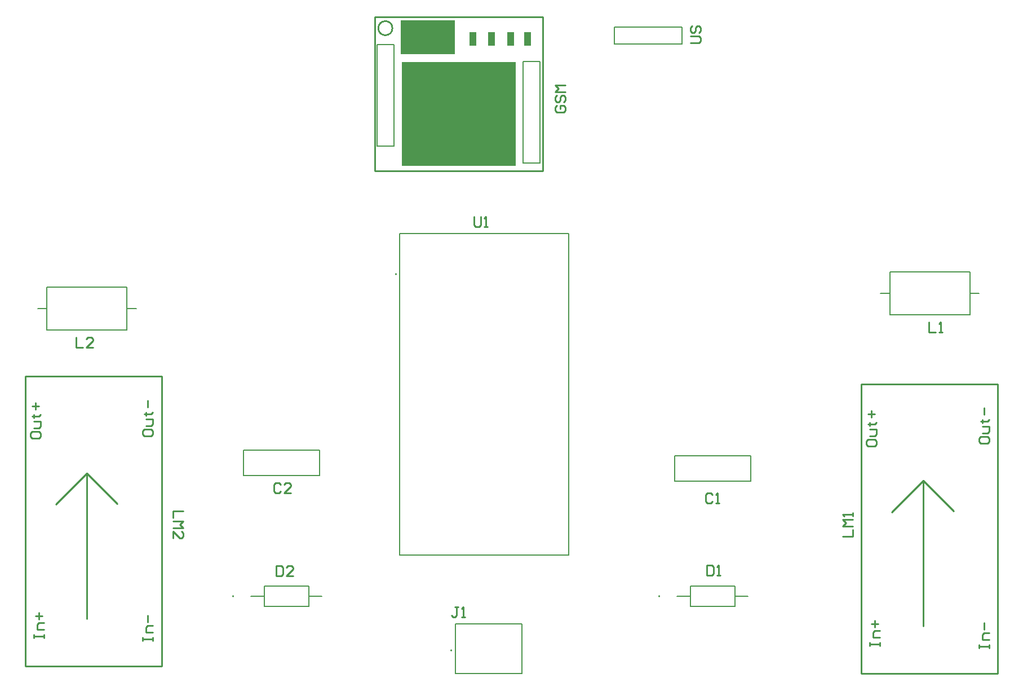
<source format=gto>
G04*
G04 #@! TF.GenerationSoftware,Altium Limited,Altium Designer,24.1.2 (44)*
G04*
G04 Layer_Color=65535*
%FSLAX44Y44*%
%MOMM*%
G71*
G04*
G04 #@! TF.SameCoordinates,E0F3E5AA-E928-4F3E-A3F1-0B3BCF619B82*
G04*
G04*
G04 #@! TF.FilePolarity,Positive*
G04*
G01*
G75*
%ADD10C,0.2540*%
%ADD11C,0.2000*%
%ADD12C,0.1270*%
%ADD13R,1.0414X2.0066*%
%ADD14R,17.1450X15.5448*%
%ADD15R,8.2296X5.1816*%
D10*
X585881Y990096D02*
G03*
X585884Y989838I-10571J-258D01*
G01*
X559562Y1006348D02*
X811530D01*
Y775970D02*
Y1006348D01*
X559562Y775970D02*
X811530D01*
X559562D02*
Y1006348D01*
X1495320Y20930D02*
Y455930D01*
X1290320Y20930D02*
X1495320D01*
X1290320D02*
Y455930D01*
X1495320D01*
X1383030Y92202D02*
Y310642D01*
X1336040Y263652D02*
X1383030Y310642D01*
Y308102D02*
Y310642D01*
X1428750Y264922D01*
X239290Y32360D02*
Y467360D01*
X34290Y32360D02*
X239290D01*
X34290D02*
Y467360D01*
X239290D01*
X127000Y103632D02*
Y322072D01*
X80010Y275082D02*
X127000Y322072D01*
Y319532D02*
Y322072D01*
X172720Y276352D01*
X1303025Y62992D02*
Y68070D01*
Y65531D01*
X1318260D01*
Y62992D01*
Y68070D01*
Y75688D02*
X1308103D01*
Y83305D01*
X1310642Y85845D01*
X1318260D01*
X1310642Y90923D02*
Y101080D01*
X1305564Y96001D02*
X1315721D01*
X1466855Y59182D02*
Y64260D01*
Y61721D01*
X1482090D01*
Y59182D01*
Y64260D01*
Y71878D02*
X1471933D01*
Y79495D01*
X1474472Y82035D01*
X1482090D01*
X1474472Y87113D02*
Y97270D01*
X1466855Y374140D02*
Y369061D01*
X1469394Y366522D01*
X1479551D01*
X1482090Y369061D01*
Y374140D01*
X1479551Y376679D01*
X1469394D01*
X1466855Y374140D01*
X1471933Y381757D02*
X1479551D01*
X1482090Y384296D01*
Y391914D01*
X1471933D01*
X1469394Y399531D02*
X1471933D01*
Y396992D01*
Y402071D01*
Y399531D01*
X1479551D01*
X1482090Y402071D01*
X1474472Y409688D02*
Y419845D01*
X1297945Y370330D02*
Y365251D01*
X1300484Y362712D01*
X1310641D01*
X1313180Y365251D01*
Y370330D01*
X1310641Y372869D01*
X1300484D01*
X1297945Y370330D01*
X1303023Y377947D02*
X1310641D01*
X1313180Y380486D01*
Y388104D01*
X1303023D01*
X1300484Y395721D02*
X1303023D01*
Y393182D01*
Y398260D01*
Y395721D01*
X1310641D01*
X1313180Y398260D01*
X1305562Y405878D02*
Y416035D01*
X1300484Y410956D02*
X1310641D01*
X46995Y74422D02*
Y79500D01*
Y76961D01*
X62230D01*
Y74422D01*
Y79500D01*
Y87118D02*
X52073D01*
Y94735D01*
X54612Y97275D01*
X62230D01*
X54612Y102353D02*
Y112510D01*
X49534Y107431D02*
X59691D01*
X210825Y70612D02*
Y75690D01*
Y73151D01*
X226060D01*
Y70612D01*
Y75690D01*
Y83308D02*
X215903D01*
Y90925D01*
X218442Y93465D01*
X226060D01*
X218442Y98543D02*
Y108700D01*
X210825Y385569D02*
Y380491D01*
X213364Y377952D01*
X223521D01*
X226060Y380491D01*
Y385569D01*
X223521Y388109D01*
X213364D01*
X210825Y385569D01*
X215903Y393187D02*
X223521D01*
X226060Y395726D01*
Y403344D01*
X215903D01*
X213364Y410961D02*
X215903D01*
Y408422D01*
Y413501D01*
Y410961D01*
X223521D01*
X226060Y413501D01*
X218442Y421118D02*
Y431275D01*
X41915Y381759D02*
Y376681D01*
X44454Y374142D01*
X54611D01*
X57150Y376681D01*
Y381759D01*
X54611Y384299D01*
X44454D01*
X41915Y381759D01*
X46993Y389377D02*
X54611D01*
X57150Y391916D01*
Y399534D01*
X46993D01*
X44454Y407151D02*
X46993D01*
Y404612D01*
Y409691D01*
Y407151D01*
X54611D01*
X57150Y409691D01*
X49532Y417308D02*
Y427465D01*
X44454Y422386D02*
X54611D01*
X1066800Y289558D02*
X1064261Y292097D01*
X1059183D01*
X1056643Y289558D01*
Y279402D01*
X1059183Y276863D01*
X1064261D01*
X1066800Y279402D01*
X1071878Y276863D02*
X1076957D01*
X1074418D01*
Y292097D01*
X1071878Y289558D01*
X110494Y525778D02*
Y510542D01*
X120651D01*
X135886D02*
X125729D01*
X135886Y520699D01*
Y523238D01*
X133347Y525778D01*
X128268D01*
X125729Y523238D01*
X1391923Y548638D02*
Y533402D01*
X1402080D01*
X1407158D02*
X1412237D01*
X1409698D01*
Y548638D01*
X1407158Y546098D01*
X411484Y182878D02*
Y167642D01*
X419102D01*
X421641Y170182D01*
Y180338D01*
X419102Y182878D01*
X411484D01*
X436876Y167642D02*
X426719D01*
X436876Y177799D01*
Y180338D01*
X434337Y182878D01*
X429258D01*
X426719Y180338D01*
X1057913Y184147D02*
Y168913D01*
X1065531D01*
X1068070Y171452D01*
Y181608D01*
X1065531Y184147D01*
X1057913D01*
X1073148Y168913D02*
X1078227D01*
X1075688D01*
Y184147D01*
X1073148Y181608D01*
X685035Y121407D02*
X679956D01*
X682495D01*
Y108711D01*
X679956Y106172D01*
X677417D01*
X674878Y108711D01*
X690113Y106172D02*
X695191D01*
X692652D01*
Y121407D01*
X690113Y118868D01*
X1033783Y967744D02*
X1046478D01*
X1049017Y970283D01*
Y975362D01*
X1046478Y977901D01*
X1033783D01*
X1036322Y993136D02*
X1033783Y990597D01*
Y985518D01*
X1036322Y982979D01*
X1038861D01*
X1041400Y985518D01*
Y990597D01*
X1043939Y993136D01*
X1046478D01*
X1049017Y990597D01*
Y985518D01*
X1046478Y982979D01*
X708663Y707387D02*
Y694692D01*
X711202Y692152D01*
X716281D01*
X718820Y694692D01*
Y707387D01*
X723898Y692152D02*
X728977D01*
X726438D01*
Y707387D01*
X723898Y704848D01*
X271777Y265423D02*
X256542D01*
Y255267D01*
Y250188D02*
X271777D01*
X266699Y245110D01*
X271777Y240032D01*
X256542D01*
Y224797D02*
Y234953D01*
X266699Y224797D01*
X269238D01*
X271777Y227336D01*
Y232414D01*
X269238Y234953D01*
X1262382Y227336D02*
X1277617D01*
Y237493D01*
Y242571D02*
X1262382D01*
X1267461Y247649D01*
X1262382Y252728D01*
X1277617D01*
Y257806D02*
Y262884D01*
Y260345D01*
X1262382D01*
X1264922Y257806D01*
X833122Y873763D02*
X830583Y871224D01*
Y866146D01*
X833122Y863607D01*
X843278D01*
X845817Y866146D01*
Y871224D01*
X843278Y873763D01*
X838200D01*
Y868685D01*
X833122Y888998D02*
X830583Y886459D01*
Y881381D01*
X833122Y878842D01*
X835661D01*
X838200Y881381D01*
Y886459D01*
X840739Y888998D01*
X843278D01*
X845817Y886459D01*
Y881381D01*
X843278Y878842D01*
X845817Y894077D02*
X830583D01*
X835661Y899155D01*
X830583Y904233D01*
X845817D01*
X417831Y304798D02*
X415292Y307337D01*
X410213D01*
X407674Y304798D01*
Y294642D01*
X410213Y292103D01*
X415292D01*
X417831Y294642D01*
X433066Y292103D02*
X422909D01*
X433066Y302259D01*
Y304798D01*
X430527Y307337D01*
X425448D01*
X422909Y304798D01*
D11*
X592400Y620690D02*
G03*
X592400Y620690I-1000J0D01*
G01*
X987800Y137160D02*
G03*
X987800Y137160I-1000J0D01*
G01*
X347720D02*
G03*
X347720Y137160I-1000J0D01*
G01*
X675250Y55880D02*
G03*
X675250Y55880I-1000J0D01*
G01*
X807720Y787400D02*
Y939800D01*
X782320Y787400D02*
X807720D01*
X782320Y939800D02*
X807720D01*
X782320Y787400D02*
Y939800D01*
X562610Y812800D02*
X588010D01*
X562610Y965200D02*
X588010D01*
Y812800D02*
Y965200D01*
X562610Y812800D02*
Y965200D01*
X361950Y318770D02*
X476250D01*
Y356870D01*
X361950D02*
X476250D01*
X361950Y318770D02*
Y356870D01*
X1009650Y309880D02*
Y347980D01*
X1123950D01*
Y309880D02*
Y347980D01*
X1009650Y309880D02*
X1123950D01*
X919480Y966470D02*
Y991870D01*
X1021080D01*
X919480Y966470D02*
X1021080D01*
Y991870D01*
D12*
X850900Y199390D02*
Y681990D01*
X596900D02*
X850900D01*
X596900Y199390D02*
X850900D01*
X596900D02*
Y681990D01*
X1333190Y624320D02*
X1453190D01*
X1333190Y559320D02*
X1453190D01*
Y624320D01*
X1333190Y559320D02*
Y624320D01*
X1319140Y591820D02*
X1333190D01*
X1453190D02*
X1467240D01*
X67000Y601460D02*
X187000D01*
X67000Y536460D02*
X187000D01*
Y601460D01*
X67000Y536460D02*
Y601460D01*
X52950Y568960D02*
X67000D01*
X187000D02*
X201050D01*
X1033300Y137160D02*
Y152660D01*
Y121660D02*
Y137160D01*
Y121660D02*
X1100300D01*
Y137160D01*
Y152660D01*
X1033300D02*
X1100300D01*
X1013600Y137160D02*
X1033300D01*
X1100300D02*
X1120000D01*
X393220D02*
Y152660D01*
Y121660D02*
Y137160D01*
Y121660D02*
X460220D01*
Y137160D01*
Y152660D01*
X393220D02*
X460220D01*
X373520Y137160D02*
X393220D01*
X460220D02*
X479920D01*
X680250Y95880D02*
X780250D01*
X680250Y20880D02*
Y95880D01*
Y20880D02*
X780250D01*
Y95880D01*
D13*
X706501Y973709D02*
D03*
X734949D02*
D03*
X763905D02*
D03*
X788797D02*
D03*
D14*
X685419Y861314D02*
D03*
D15*
X639318Y975868D02*
D03*
M02*

</source>
